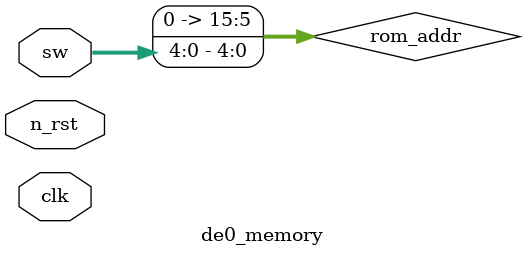
<source format=v>
`timescale 1ps/1ps
module terbo_mem (
    input clk,
    input n_rst,
    input wen,
    input [15:0] enable,
    output [12:0] rdata,
    output [12:0] rdata_itl
);
    localparam D_WIDTH = 13;
    localparam A_WIDTH = 16;

    wire [A_WIDTH-1:0] rom_addr;     wire [D_WIDTH-1:0] rom_data;

    assign rom_addr  = enable;

    rom_itl dut_rom_itl (
        .clk(clk),
        .n_rst(n_rst),
        .waddr(),
        .id_jump(id_jump),
        .itl_addr()
    );

    ram_dual dut_ram_dual (
        .clk(clk),
        .wdata(),
        .waddr(enable),
        .wen(wen),
        .request(),
        .rdata(rdata)
    );

endmodule


module de0_memory (
    clk, n_rst,
    sw
);

parameter D_WIDTH = 13;
parameter A_WIDTH = 16;

input clk;                  input n_rst;
input [5:0] sw;


wire [A_WIDTH-1:0] rom_addr;     wire [D_WIDTH-1:0] rom_data;
reg  [A_WIDTH-1:0] ram_waddr;   wire [D_WIDTH-1:0] ram_wdata;
reg  ram_wen;
wire [A_WIDTH-1:0] ram_raddr;   wire [D_WIDTH-1:0] ram_rdata;

assign rom_addr  = {sw[4:0]};

always @(posedge clk or negedge n_rst)
    if (!n_rst) begin
        ram_waddr <= 16'h0000;
        ram_wen <= 1'b0;
    end
    else begin
        ram_waddr <= rom_addr;
        ram_wen <= sw[5];
    end

assign ram_wdata = rom_data;
assign ram_raddr = (ram_wen == 1'b1)? ram_waddr - 16'h0001: 
			rom_addr;

rom_itl #(  .D_WIDTH(13),   .A_WIDTH(16)  ) dut_rom_itl (
	.addr(rom_addr),
	.clk(clk),
	.data(rom_data)
	);

ram #(  .D_WIDTH(13),  .A_WIDTH(16)  ) dut_ram (
	.clk (clk),
	.waddr(ram_waddr),
	.wen(ram_wen),
	.wdata(ram_wdata),
	.raddr(ram_raddr),
	.rdata(ram_rdata)
);

endmodule

</source>
